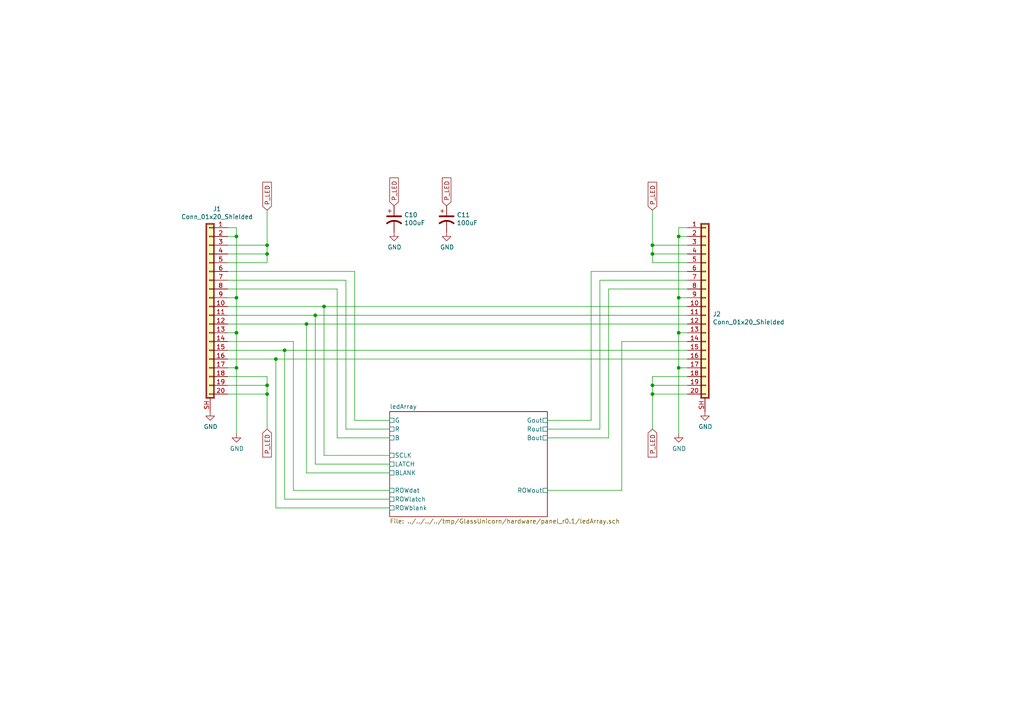
<source format=kicad_sch>
(kicad_sch (version 20230121) (generator eeschema)
  (paper "A4")
  (lib_symbols
    (symbol "Connector_Generic_Shielded:Conn_01x20_Shielded" (pin_names (offset 1.016) hide)
      (property "Reference" "J" (at 0.254 25.146 0))
      (property "Value" "Conn_01x20_Shielded" (at 1.016 -27.686 0))
      (symbol "Conn_01x20_Shielded_1_1"
        (rectangle (start -1.27 24.13) (end 1.27 -26.67) (stroke (width 0.1524)))
        (rectangle (start -1.016 -25.273) (end 0.254 -25.527) (stroke (width 0.1524)))
        (rectangle (start -1.016 -22.733) (end 0.254 -22.987) (stroke (width 0.1524)))
        (rectangle (start -1.016 -20.193) (end 0.254 -20.447) (stroke (width 0.1524)))
        (rectangle (start -1.016 -17.653) (end 0.254 -17.907) (stroke (width 0.1524)))
        (rectangle (start -1.016 -15.113) (end 0.254 -15.367) (stroke (width 0.1524)))
        (rectangle (start -1.016 -12.573) (end 0.254 -12.827) (stroke (width 0.1524)))
        (rectangle (start -1.016 -10.033) (end 0.254 -10.287) (stroke (width 0.1524)))
        (rectangle (start -1.016 -7.493) (end 0.254 -7.747) (stroke (width 0.1524)))
        (rectangle (start -1.016 -4.953) (end 0.254 -5.207) (stroke (width 0.1524)))
        (rectangle (start -1.016 -2.413) (end 0.254 -2.667) (stroke (width 0.1524)))
        (rectangle (start -1.016 0.127) (end 0.254 -0.127) (stroke (width 0.1524)))
        (rectangle (start -1.016 2.667) (end 0.254 2.413) (stroke (width 0.1524)))
        (rectangle (start -1.016 5.207) (end 0.254 4.953) (stroke (width 0.1524)))
        (rectangle (start -1.016 7.747) (end 0.254 7.493) (stroke (width 0.1524)))
        (rectangle (start -1.016 10.287) (end 0.254 10.033) (stroke (width 0.1524)))
        (rectangle (start -1.016 12.827) (end 0.254 12.573) (stroke (width 0.1524)))
        (rectangle (start -1.016 15.367) (end 0.254 15.113) (stroke (width 0.1524)))
        (rectangle (start -1.016 17.907) (end 0.254 17.653) (stroke (width 0.1524)))
        (rectangle (start -1.016 20.447) (end 0.254 20.193) (stroke (width 0.1524)))
        (rectangle (start -1.016 22.987) (end 0.254 22.733) (stroke (width 0.1524)))
        (rectangle (start -1.016 23.876) (end 1.016 -26.416) (stroke (width 0.254)) (fill (type background)))
        (pin passive line (at -5.08 22.86 0) (length 4.064) (name "Pin_1") (number "1"))
        (pin passive line (at -5.08 0 0) (length 4.064) (name "Pin_10") (number "10"))
        (pin passive line (at -5.08 -2.54 0) (length 4.064) (name "Pin_11") (number "11"))
        (pin passive line (at -5.08 -5.08 0) (length 4.064) (name "Pin_12") (number "12"))
        (pin passive line (at -5.08 -7.62 0) (length 4.064) (name "Pin_13") (number "13"))
        (pin passive line (at -5.08 -10.16 0) (length 4.064) (name "Pin_14") (number "14"))
        (pin passive line (at -5.08 -12.7 0) (length 4.064) (name "Pin_15") (number "15"))
        (pin passive line (at -5.08 -15.24 0) (length 4.064) (name "Pin_16") (number "16"))
        (pin passive line (at -5.08 -17.78 0) (length 4.064) (name "Pin_17") (number "17"))
        (pin passive line (at -5.08 -20.32 0) (length 4.064) (name "Pin_18") (number "18"))
        (pin passive line (at -5.08 -22.86 0) (length 4.064) (name "Pin_19") (number "19"))
        (pin passive line (at -5.08 20.32 0) (length 4.064) (name "Pin_2") (number "2"))
        (pin passive line (at -5.08 -25.4 0) (length 4.064) (name "Pin_20") (number "20"))
        (pin passive line (at -5.08 17.78 0) (length 4.064) (name "Pin_3") (number "3"))
        (pin passive line (at -5.08 15.24 0) (length 4.064) (name "Pin_4") (number "4"))
        (pin passive line (at -5.08 12.7 0) (length 4.064) (name "Pin_5") (number "5"))
        (pin passive line (at -5.08 10.16 0) (length 4.064) (name "Pin_6") (number "6"))
        (pin passive line (at -5.08 7.62 0) (length 4.064) (name "Pin_7") (number "7"))
        (pin passive line (at -5.08 5.08 0) (length 4.064) (name "Pin_8") (number "8"))
        (pin passive line (at -5.08 2.54 0) (length 4.064) (name "Pin_9") (number "9"))
        (pin passive line (at 0 -30.48 90) (length 3.81) (name "Shield") (number "SH"))
      )
    )
    (symbol "panel_r0.1-rescue:CP1-Device" (pin_numbers hide) (pin_names (offset 0.254) hide)
      (property "Reference" "C" (at 0.635 2.54 0))
      (property "Value" "Device_CP1" (at 0.635 -2.54 0))
      (symbol "CP1-Device_0_1"
        (polyline (pts (xy -2.032 0.762) (xy 2.032 0.762)) (stroke (width 0.508)))
        (polyline (pts (xy -1.778 2.286) (xy -0.762 2.286)))
        (polyline (pts (xy -1.27 1.778) (xy -1.27 2.794)))
        (arc (start 2.032 -1.27) (mid 0 -0.5572) (end -2.032 -1.27) (stroke (width 0.508)))
      )
      (symbol "CP1-Device_1_1"
        (pin passive line (at 0 3.81 270) (length 2.794) (name "~") (number "1"))
        (pin passive line (at 0 -3.81 90) (length 3.302) (name "~") (number "2"))
      )
    )
    (symbol "power:GND" (power) (pin_names (offset 0))
      (property "Value" "GND" (at 0 -3.81 0))
      (symbol "GND_0_1"
        (polyline (pts (xy 0 0) (xy 0 -1.27) (xy 1.27 -1.27) (xy 0 -2.54) (xy -1.27 -1.27) (xy 0 -1.27)))
      )
      (symbol "GND_1_1"
        (pin power_in line (at 0 0 270) (length 0) hide (name "GND") (number "1"))
      )
    )
  )
  (junction (at 189.23 111.76))
  (junction (at 196.85 96.52))
  (junction (at 80.01 104.14))
  (junction (at 68.58 96.52))
  (junction (at 189.23 114.3))
  (junction (at 77.47 111.76))
  (junction (at 196.85 106.68))
  (junction (at 196.85 86.36))
  (junction (at 68.58 68.58))
  (junction (at 91.44 91.44))
  (junction (at 68.58 106.68))
  (junction (at 189.23 71.12))
  (junction (at 68.58 86.36))
  (junction (at 77.47 71.12))
  (junction (at 77.47 73.66))
  (junction (at 93.98 88.9))
  (junction (at 88.9 93.98))
  (junction (at 82.55 101.6))
  (junction (at 196.85 68.58))
  (junction (at 189.23 73.66))
  (junction (at 77.47 114.3))
  (wire (pts (xy 93.98 88.9) (xy 93.98 132.08)))
  (wire (pts (xy 173.99 124.46) (xy 158.75 124.46)))
  (wire (pts (xy 199.39 111.76) (xy 189.23 111.76)))
  (wire (pts (xy 196.85 68.58) (xy 196.85 86.36)))
  (wire (pts (xy 189.23 71.12) (xy 189.23 60.96)))
  (wire (pts (xy 66.04 81.28) (xy 100.33 81.28)))
  (wire (pts (xy 113.03 144.78) (xy 82.55 144.78)))
  (wire (pts (xy 66.04 111.76) (xy 77.47 111.76)))
  (wire (pts (xy 93.98 132.08) (xy 113.03 132.08)))
  (wire (pts (xy 173.99 81.28) (xy 173.99 124.46)))
  (wire (pts (xy 66.04 68.58) (xy 68.58 68.58)))
  (wire (pts (xy 113.03 134.62) (xy 91.44 134.62)))
  (wire (pts (xy 66.04 99.06) (xy 85.09 99.06)))
  (wire (pts (xy 66.04 86.36) (xy 68.58 86.36)))
  (wire (pts (xy 199.39 66.04) (xy 196.85 66.04)))
  (wire (pts (xy 82.55 101.6) (xy 66.04 101.6)))
  (wire (pts (xy 176.53 127) (xy 176.53 83.82)))
  (wire (pts (xy 113.03 127) (xy 97.79 127)))
  (wire (pts (xy 77.47 111.76) (xy 77.47 114.3)))
  (wire (pts (xy 199.39 109.22) (xy 189.23 109.22)))
  (wire (pts (xy 196.85 86.36) (xy 196.85 96.52)))
  (wire (pts (xy 77.47 73.66) (xy 77.47 71.12)))
  (wire (pts (xy 199.39 68.58) (xy 196.85 68.58)))
  (wire (pts (xy 100.33 81.28) (xy 100.33 124.46)))
  (wire (pts (xy 199.39 76.2) (xy 189.23 76.2)))
  (wire (pts (xy 88.9 137.16) (xy 113.03 137.16)))
  (wire (pts (xy 196.85 106.68) (xy 196.85 125.73)))
  (wire (pts (xy 66.04 66.04) (xy 68.58 66.04)))
  (wire (pts (xy 77.47 109.22) (xy 77.47 111.76)))
  (wire (pts (xy 68.58 86.36) (xy 68.58 96.52)))
  (wire (pts (xy 199.39 86.36) (xy 196.85 86.36)))
  (wire (pts (xy 199.39 114.3) (xy 189.23 114.3)))
  (wire (pts (xy 102.87 78.74) (xy 102.87 121.92)))
  (wire (pts (xy 189.23 76.2) (xy 189.23 73.66)))
  (wire (pts (xy 66.04 71.12) (xy 77.47 71.12)))
  (wire (pts (xy 77.47 76.2) (xy 77.47 73.66)))
  (wire (pts (xy 199.39 73.66) (xy 189.23 73.66)))
  (wire (pts (xy 85.09 142.24) (xy 113.03 142.24)))
  (wire (pts (xy 66.04 96.52) (xy 68.58 96.52)))
  (wire (pts (xy 66.04 88.9) (xy 93.98 88.9)))
  (wire (pts (xy 199.39 81.28) (xy 173.99 81.28)))
  (wire (pts (xy 189.23 73.66) (xy 189.23 71.12)))
  (wire (pts (xy 171.45 121.92) (xy 171.45 78.74)))
  (wire (pts (xy 189.23 111.76) (xy 189.23 114.3)))
  (wire (pts (xy 66.04 76.2) (xy 77.47 76.2)))
  (wire (pts (xy 189.23 114.3) (xy 189.23 124.46)))
  (wire (pts (xy 66.04 78.74) (xy 102.87 78.74)))
  (wire (pts (xy 97.79 83.82) (xy 66.04 83.82)))
  (wire (pts (xy 97.79 127) (xy 97.79 83.82)))
  (wire (pts (xy 189.23 109.22) (xy 189.23 111.76)))
  (wire (pts (xy 180.34 99.06) (xy 199.39 99.06)))
  (wire (pts (xy 199.39 71.12) (xy 189.23 71.12)))
  (wire (pts (xy 88.9 93.98) (xy 199.39 93.98)))
  (wire (pts (xy 68.58 106.68) (xy 68.58 125.73)))
  (wire (pts (xy 196.85 96.52) (xy 196.85 106.68)))
  (wire (pts (xy 158.75 142.24) (xy 180.34 142.24)))
  (wire (pts (xy 80.01 104.14) (xy 80.01 147.32)))
  (wire (pts (xy 68.58 68.58) (xy 68.58 86.36)))
  (wire (pts (xy 66.04 73.66) (xy 77.47 73.66)))
  (wire (pts (xy 176.53 83.82) (xy 199.39 83.82)))
  (wire (pts (xy 158.75 127) (xy 176.53 127)))
  (wire (pts (xy 199.39 106.68) (xy 196.85 106.68)))
  (wire (pts (xy 91.44 91.44) (xy 66.04 91.44)))
  (wire (pts (xy 100.33 124.46) (xy 113.03 124.46)))
  (wire (pts (xy 77.47 71.12) (xy 77.47 60.96)))
  (wire (pts (xy 91.44 134.62) (xy 91.44 91.44)))
  (wire (pts (xy 82.55 144.78) (xy 82.55 101.6)))
  (wire (pts (xy 171.45 78.74) (xy 199.39 78.74)))
  (wire (pts (xy 77.47 114.3) (xy 77.47 124.46)))
  (wire (pts (xy 80.01 104.14) (xy 199.39 104.14)))
  (wire (pts (xy 66.04 109.22) (xy 77.47 109.22)))
  (wire (pts (xy 199.39 96.52) (xy 196.85 96.52)))
  (wire (pts (xy 158.75 121.92) (xy 171.45 121.92)))
  (wire (pts (xy 180.34 99.06) (xy 180.34 142.24)))
  (wire (pts (xy 66.04 93.98) (xy 88.9 93.98)))
  (wire (pts (xy 66.04 114.3) (xy 77.47 114.3)))
  (wire (pts (xy 88.9 93.98) (xy 88.9 137.16)))
  (wire (pts (xy 199.39 101.6) (xy 82.55 101.6)))
  (wire (pts (xy 85.09 99.06) (xy 85.09 142.24)))
  (wire (pts (xy 68.58 96.52) (xy 68.58 106.68)))
  (wire (pts (xy 93.98 88.9) (xy 199.39 88.9)))
  (wire (pts (xy 66.04 104.14) (xy 80.01 104.14)))
  (wire (pts (xy 68.58 66.04) (xy 68.58 68.58)))
  (wire (pts (xy 199.39 91.44) (xy 91.44 91.44)))
  (wire (pts (xy 80.01 147.32) (xy 113.03 147.32)))
  (wire (pts (xy 66.04 106.68) (xy 68.58 106.68)))
  (wire (pts (xy 102.87 121.92) (xy 113.03 121.92)))
  (wire (pts (xy 196.85 66.04) (xy 196.85 68.58)))
  (global_label "P_LED" (shape input) (at 77.47 124.46 270) (property "Intersheetrefs" "${INTERSHEET_REFS}" (effects hide)))
  (global_label "P_LED" (shape input) (at 189.23 60.96 90) (property "Intersheetrefs" "${INTERSHEET_REFS}" (effects hide)))
  (global_label "P_LED" (shape input) (at 114.3 59.69 90) (property "Intersheetrefs" "${INTERSHEET_REFS}" (effects hide)))
  (global_label "P_LED" (shape input) (at 189.23 124.46 270) (property "Intersheetrefs" "${INTERSHEET_REFS}" (effects hide)))
  (global_label "P_LED" (shape input) (at 77.47 60.96 90) (property "Intersheetrefs" "${INTERSHEET_REFS}" (effects hide)))
  (global_label "P_LED" (shape input) (at 129.54 59.69 90) (property "Intersheetrefs" "${INTERSHEET_REFS}" (effects hide)))
  (symbol (lib_id "Connector_Generic_Shielded:Conn_01x20_Shielded") (at 60.96 88.9 0) (mirror y) (unit 1)
    (property "Reference" "J1" (at 62.9412 60.579 0))
    (property "Value" "Conn_01x20_Shielded" (at 62.9412 62.8904 0))
    (property "Footprint" "gkl_conn:FH12-20S-0.5SVA(54)" (effects hide))
  )
  (symbol (lib_id "Connector_Generic_Shielded:Conn_01x20_Shielded") (at 204.47 88.9 0) (unit 1)
    (property "Reference" "J2" (at 206.7052 91.1098 0) (effects (justify left)))
    (property "Value" "Conn_01x20_Shielded" (at 206.7052 93.4212 0) (effects (justify left)))
    (property "Footprint" "gkl_conn:FH12-20S-0.5SVA(54)" (effects hide))
  )
  (symbol (lib_id "power:GND") (at 68.58 125.73 0) (unit 1)
    (property "Reference" "#PWR0101" (effects hide))
    (property "Value" "GND" (at 68.707 130.1242 0))
  )
  (symbol (lib_id "power:GND") (at 196.85 125.73 0) (unit 1)
    (property "Reference" "#PWR0102" (effects hide))
    (property "Value" "GND" (at 196.977 130.1242 0))
  )
  (symbol (lib_id "panel_r0.1-rescue:CP1-Device") (at 114.3 63.5 0) (unit 1)
    (property "Reference" "C10" (at 117.221 62.3316 0) (effects (justify left)))
    (property "Value" "100uF" (at 117.221 64.643 0) (effects (justify left)))
    (property "Footprint" "Capacitor_SMD:CP_Elec_5x3.9" (effects hide))
  )
  (symbol (lib_id "power:GND") (at 114.3 67.31 0) (unit 1)
    (property "Reference" "#PWR0103" (effects hide))
    (property "Value" "GND" (at 114.427 71.7042 0))
  )
  (symbol (lib_id "panel_r0.1-rescue:CP1-Device") (at 129.54 63.5 0) (unit 1)
    (property "Reference" "C11" (at 132.461 62.3316 0) (effects (justify left)))
    (property "Value" "100uF" (at 132.461 64.643 0) (effects (justify left)))
    (property "Footprint" "Capacitor_SMD:CP_Elec_5x3.9" (effects hide))
  )
  (symbol (lib_id "power:GND") (at 129.54 67.31 0) (unit 1)
    (property "Reference" "#PWR0104" (effects hide))
    (property "Value" "GND" (at 129.667 71.7042 0))
  )
  (symbol (lib_id "power:GND") (at 60.96 119.38 0) (unit 1)
    (property "Reference" "#PWR0105" (effects hide))
    (property "Value" "GND" (at 61.087 123.7742 0))
  )
  (symbol (lib_id "power:GND") (at 204.47 119.38 0) (unit 1)
    (property "Reference" "#PWR0106" (effects hide))
    (property "Value" "GND" (at 204.597 123.7742 0))
  )
  (sheet (at 113.03 119.38) (size 45.72 30.48)
    (property "Sheetname" "ledArray" (at 113.03 118.6684 0) (effects (justify left bottom)))
    (property "Sheetfile" "../../../../tmp/GlassUnicorn/hardware/panel_r0.1/ledArray.sch" (at 113.03 150.4446 0) (effects (justify left top)))
    (pin "G" passive (at 113.03 121.92 180))
    (pin "R" passive (at 113.03 124.46 180))
    (pin "B" passive (at 113.03 127 180))
    (pin "SCLK" passive (at 113.03 132.08 180))
    (pin "LATCH" passive (at 113.03 134.62 180))
    (pin "BLANK" passive (at 113.03 137.16 180))
    (pin "Gout" passive (at 158.75 121.92 0))
    (pin "Rout" passive (at 158.75 124.46 0))
    (pin "Bout" passive (at 158.75 127 0))
    (pin "ROWdat" passive (at 113.03 142.24 180))
    (pin "ROWlatch" passive (at 113.03 144.78 180))
    (pin "ROWblank" passive (at 113.03 147.32 180))
    (pin "ROWout" passive (at 158.75 142.24 0))
  )
)
</source>
